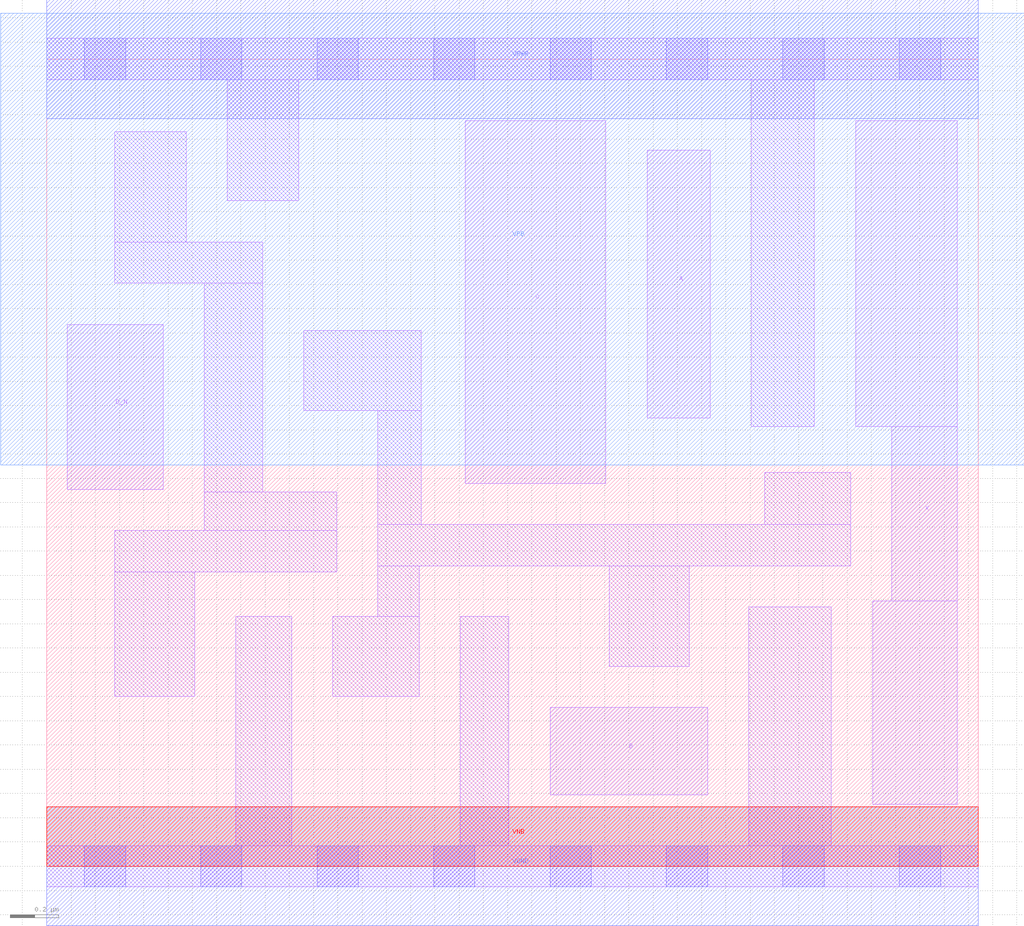
<source format=lef>
# Copyright 2020 The SkyWater PDK Authors
#
# Licensed under the Apache License, Version 2.0 (the "License");
# you may not use this file except in compliance with the License.
# You may obtain a copy of the License at
#
#     https://www.apache.org/licenses/LICENSE-2.0
#
# Unless required by applicable law or agreed to in writing, software
# distributed under the License is distributed on an "AS IS" BASIS,
# WITHOUT WARRANTIES OR CONDITIONS OF ANY KIND, either express or implied.
# See the License for the specific language governing permissions and
# limitations under the License.
#
# SPDX-License-Identifier: Apache-2.0

VERSION 5.7 ;
  NOWIREEXTENSIONATPIN ON ;
  DIVIDERCHAR "/" ;
  BUSBITCHARS "[]" ;
MACRO sky130_fd_sc_lp__or4b_1
  CLASS CORE ;
  FOREIGN sky130_fd_sc_lp__or4b_1 ;
  ORIGIN  0.000000  0.000000 ;
  SIZE  3.840000 BY  3.330000 ;
  SYMMETRY X Y R90 ;
  SITE unit ;
  PIN A
    ANTENNAGATEAREA  0.126000 ;
    DIRECTION INPUT ;
    USE SIGNAL ;
    PORT
      LAYER li1 ;
        RECT 2.475000 1.850000 2.735000 2.955000 ;
    END
  END A
  PIN B
    ANTENNAGATEAREA  0.126000 ;
    DIRECTION INPUT ;
    USE SIGNAL ;
    PORT
      LAYER li1 ;
        RECT 2.075000 0.295000 2.725000 0.655000 ;
    END
  END B
  PIN C
    ANTENNAGATEAREA  0.126000 ;
    DIRECTION INPUT ;
    USE SIGNAL ;
    PORT
      LAYER li1 ;
        RECT 1.725000 1.580000 2.305000 3.075000 ;
    END
  END C
  PIN D_N
    ANTENNAGATEAREA  0.126000 ;
    DIRECTION INPUT ;
    USE SIGNAL ;
    PORT
      LAYER li1 ;
        RECT 0.085000 1.555000 0.480000 2.235000 ;
    END
  END D_N
  PIN X
    ANTENNADIFFAREA  0.556500 ;
    DIRECTION OUTPUT ;
    USE SIGNAL ;
    PORT
      LAYER li1 ;
        RECT 3.335000 1.815000 3.755000 3.075000 ;
        RECT 3.405000 0.255000 3.755000 1.095000 ;
        RECT 3.485000 1.095000 3.755000 1.815000 ;
    END
  END X
  PIN VGND
    DIRECTION INOUT ;
    USE GROUND ;
    PORT
      LAYER met1 ;
        RECT 0.000000 -0.245000 3.840000 0.245000 ;
    END
  END VGND
  PIN VNB
    DIRECTION INOUT ;
    USE GROUND ;
    PORT
      LAYER pwell ;
        RECT 0.000000 0.000000 3.840000 0.245000 ;
    END
  END VNB
  PIN VPB
    DIRECTION INOUT ;
    USE POWER ;
    PORT
      LAYER nwell ;
        RECT -0.190000 1.655000 4.030000 3.520000 ;
    END
  END VPB
  PIN VPWR
    DIRECTION INOUT ;
    USE POWER ;
    PORT
      LAYER met1 ;
        RECT 0.000000 3.085000 3.840000 3.575000 ;
    END
  END VPWR
  OBS
    LAYER li1 ;
      RECT 0.000000 -0.085000 3.840000 0.085000 ;
      RECT 0.000000  3.245000 3.840000 3.415000 ;
      RECT 0.280000  0.700000 0.610000 1.215000 ;
      RECT 0.280000  1.215000 1.195000 1.385000 ;
      RECT 0.280000  2.405000 0.890000 2.575000 ;
      RECT 0.280000  2.575000 0.575000 3.030000 ;
      RECT 0.650000  1.385000 1.195000 1.545000 ;
      RECT 0.650000  1.545000 0.890000 2.405000 ;
      RECT 0.745000  2.745000 1.040000 3.245000 ;
      RECT 0.780000  0.085000 1.010000 1.030000 ;
      RECT 1.060000  1.880000 1.545000 2.210000 ;
      RECT 1.180000  0.700000 1.535000 1.030000 ;
      RECT 1.365000  1.030000 1.535000 1.240000 ;
      RECT 1.365000  1.240000 3.315000 1.410000 ;
      RECT 1.365000  1.410000 1.545000 1.880000 ;
      RECT 1.705000  0.085000 1.905000 1.030000 ;
      RECT 2.320000  0.825000 2.650000 1.240000 ;
      RECT 2.895000  0.085000 3.235000 1.070000 ;
      RECT 2.905000  1.815000 3.165000 3.245000 ;
      RECT 2.960000  1.410000 3.315000 1.625000 ;
    LAYER mcon ;
      RECT 0.155000 -0.085000 0.325000 0.085000 ;
      RECT 0.155000  3.245000 0.325000 3.415000 ;
      RECT 0.635000 -0.085000 0.805000 0.085000 ;
      RECT 0.635000  3.245000 0.805000 3.415000 ;
      RECT 1.115000 -0.085000 1.285000 0.085000 ;
      RECT 1.115000  3.245000 1.285000 3.415000 ;
      RECT 1.595000 -0.085000 1.765000 0.085000 ;
      RECT 1.595000  3.245000 1.765000 3.415000 ;
      RECT 2.075000 -0.085000 2.245000 0.085000 ;
      RECT 2.075000  3.245000 2.245000 3.415000 ;
      RECT 2.555000 -0.085000 2.725000 0.085000 ;
      RECT 2.555000  3.245000 2.725000 3.415000 ;
      RECT 3.035000 -0.085000 3.205000 0.085000 ;
      RECT 3.035000  3.245000 3.205000 3.415000 ;
      RECT 3.515000 -0.085000 3.685000 0.085000 ;
      RECT 3.515000  3.245000 3.685000 3.415000 ;
  END
END sky130_fd_sc_lp__or4b_1
END LIBRARY

</source>
